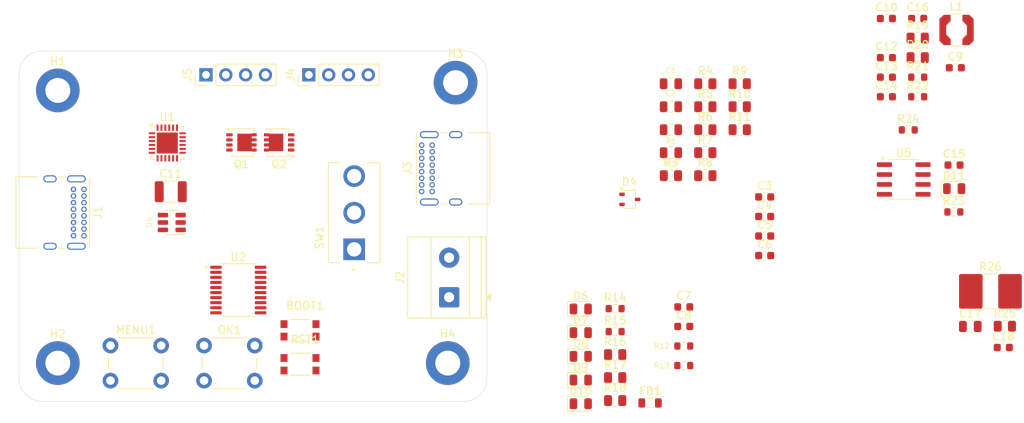
<source format=kicad_pcb>
(kicad_pcb (version 20241229) (generator "pcbnew") (generator_version "9.0")
  (layers (0 "F.Cu" signal) (2 "B.Cu" signal) (13 "F.Paste" user) (15 "B.Paste" user) (5 "F.SilkS" user "F.Silkscreen") (7 "B.SilkS" user "B.Silkscreen") (1 "F.Mask" user) (3 "B.Mask" user) (25 "Edge.Cuts" user))
  (net 0 "")
  (net 1 "/STM32G0/SWDCLK{slash}BOOT")
  (net 2 "+3.3V")
  (net 3 "GND")
  (net 4 "VBUS")
  (net 5 "Net-(D4-K)")
  (net 6 "Net-(Q1-D)")
  (net 7 "Net-(U1-VREG_2V7)")
  (net 8 "/USB Stuff/1V2")
  (net 9 "SHUNT_IN")
  (net 10 "Net-(C6-Pad2)")
  (net 11 "Net-(U2-VDD)")
  (net 12 "Net-(U4-SW)")
  (net 13 "Net-(U4-CB)")
  (net 15 "/STM32G0/LED_5V")
  (net 16 "Net-(D6-A)")
  (net 17 "Net-(D7-A)")
  (net 18 "/STM32G0/LED_9V")
  (net 19 "Net-(D8-A)")
  (net 20 "/STM32G0/LED_12V")
  (net 21 "Net-(D9-A)")
  (net 22 "/STM32G0/LED_15V")
  (net 23 "/STM32G0/LED_20V")
  (net 24 "Net-(D10-A)")
  (net 25 "Net-(D11-A)")
  (net 26 "/USB Stuff/CC2")
  (net 28 "D_P")
  (net 29 "D_N")
  (net 31 "/USB Stuff/CC1")
  (net 32 "/USB Stuff/TERM_OUT")
  (net 35 "/USB Stuff/USB_OUT")
  (net 42 "/STM32G0/SWDIO")
  (net 43 "Net-(Q1-G)")
  (net 44 "/USB Stuff/VBUS_VS_DISCH")
  (net 45 "RESET")
  (net 46 "Net-(U1-ADDR0)")
  (net 47 "Net-(U1-ADDR1)")
  (net 48 "Net-(U1-VBUS_EN_SNK)")
  (net 49 "SHUNT_OUT")
  (net 50 "Net-(U1-DISCH)")
  (net 51 "/STM32G0/RESET")
  (net 52 "Net-(U3-USBDP)")
  (net 53 "Net-(U3-USBDM)")
  (net 54 "Net-(U4-EN)")
  (net 55 "Net-(U5-IN+)")
  (net 60 "I2C_SCL")
  (net 61 "I2C_SDA")
  (net 63 "ALERT")
  (net 66 "TXD_MCU")
  (net 69 "RXD_MCU")
  (net 70 "/STM32G0/BUTTON_2")
  (net 71 "/STM32G0/BUTTON_1")
  (net 73 "Net-(U5-IN-)")
  (net 74 "Net-(C9-Pad1)")
  (net 75 "Net-(C10-Pad1)")
  (footprint "Button_Switch_THT:SW_PUSH_6mm_H5mm" (layer "F.Cu") (at 139.75 118.75)
    (property "Reference" "OK1" (at 3.25 -2 0) (layer "F.SilkS"))
    (property "Value" "SW_Push")
    (pad "1" thru_hole circle (at 0 0 90) (size 2 2) (drill 1.1) (layers "*.Cu" "*.Mask") (net 75 "Net-(C10-Pad1)"))
    (pad "1" thru_hole circle (at 6.5 0 90) (size 2 2) (drill 1.1) (layers "*.Cu" "*.Mask") (net 75 "Net-(C10-Pad1)"))
    (pad "2" thru_hole circle (at 0 4.5 90) (size 2 2) (drill 1.1) (layers "*.Cu" "*.Mask") (net 2 "+3.3V"))
    (pad "2" thru_hole circle (at 6.5 4.5 90) (size 2 2) (drill 1.1) (layers "*.Cu" "*.Mask") (net 2 "+3.3V"))
  )
  (footprint "Capacitor_SMD:C_0603_1608Metric" (layer "F.Cu") (at 211.6275 99.67)
    (property "Reference" "C3" (at 0 -1.43 0) (layer "F.SilkS"))
    (property "Value" "1uF")
    (pad "1" smd roundrect (at -0.775 0) (size 0.9 0.95) (layers "F.Cu" "F.Mask" "F.Paste") (net 6 "Net-(Q1-D)"))
    (pad "2" smd roundrect (at 0.775 0) (size 0.9 0.95) (layers "F.Cu" "F.Mask" "F.Paste") (net 3 "GND"))
  )
  (footprint "Capacitor_SMD:C_0603_1608Metric" (layer "F.Cu") (at 227.2375 86.81)
    (property "Reference" "C14" (at 0 -1.43 0) (layer "F.SilkS"))
    (property "Value" "100nF")
    (pad "1" smd roundrect (at -0.775 0) (size 0.9 0.95) (layers "F.Cu" "F.Mask" "F.Paste") (net 2 "+3.3V"))
    (pad "2" smd roundrect (at 0.775 0) (size 0.9 0.95) (layers "F.Cu" "F.Mask" "F.Paste") (net 3 "GND"))
  )
  (footprint "Resistor_SMD:R_0603_1608Metric" (layer "F.Cu") (at 235.8875 101.6)
    (property "Reference" "R23" (at 0 -1.43 0) (layer "F.SilkS"))
    (property "Value" "412k")
    (pad "1" smd roundrect (at -0.825 0) (size 0.8 0.95) (layers "F.Cu" "F.Mask" "F.Paste") (net 4 "VBUS"))
    (pad "2" smd roundrect (at 0.825 0) (size 0.8 0.95) (layers "F.Cu" "F.Mask" "F.Paste") (net 54 "Net-(U4-EN)"))
  )
  (footprint "Project_Footprints:C_0805_2012Metric" (layer "F.Cu") (at 199.6075 85.14)
    (property "Reference" "C1" (at 0 -1.7 180) (layer "F.SilkS") (effects (font (size 0.7 0.7) (thickness 0.1))))
    (property "Value" "4.7uF")
    (pad "1" smd roundrect (at -0.9375 0) (size 0.975 1.4) (layers "F.Cu" "F.Mask" "F.Paste") (net 4 "VBUS"))
    (pad "2" smd roundrect (at 0.9375 0) (size 0.975 1.4) (layers "F.Cu" "F.Mask" "F.Paste") (net 3 "GND"))
  )
  (footprint "Project_Footprints:SOT-23-6" (layer "F.Cu") (at 135.6125 102.949999 180)
    (property "Reference" "U4" (at 2.8875 0 90) (layer "F.SilkS") (effects (font (size 0.7 0.7) (thickness 0.1))))
    (property "Value" "TPS560430X3FDBVR")
    (pad "1" smd roundrect (at -1.1375 -0.949999 180) (size 1.325 0.6) (layers "F.Cu" "F.Mask" "F.Paste") (net 13 "Net-(U4-CB)"))
    (pad "2" smd roundrect (at -1.1375 0 180) (size 1.325 0.6) (layers "F.Cu" "F.Mask" "F.Paste") (net 3 "GND"))
    (pad "3" smd roundrect (at -1.1375 0.949999 180) (size 1.325 0.6) (layers "F.Cu" "F.Mask" "F.Paste") (net 2 "+3.3V"))
    (pad "4" smd roundrect (at 1.1375 0.949999 180) (size 1.325 0.6) (layers "F.Cu" "F.Mask" "F.Paste") (net 54 "Net-(U4-EN)"))
    (pad "5" smd roundrect (at 1.1375 0 180) (size 1.325 0.6) (layers "F.Cu" "F.Mask" "F.Paste") (net 4 "VBUS"))
    (pad "6" smd roundrect (at 1.1375 -0.949999 180) (size 1.325 0.6) (layers "F.Cu" "F.Mask" "F.Paste") (net 12 "Net-(U4-SW)"))
  )
  (footprint "Project_Footprints:KMR211NGLFS" (layer "F.Cu") (at 152.05 121.15)
    (property "Reference" "RST1" (at 0.635 -3.175 0) (layer "F.SilkS"))
    (property "Value" "SW_Push")
    (pad "1" smd rect (at -2.05 -0.8) (size 0.9 1) (layers "F.Cu" "F.Mask" "F.Paste") (net 3 "GND"))
    (pad "2" smd rect (at 2.05 -0.8) (size 0.9 1) (layers "F.Cu" "F.Mask" "F.Paste") (net 51 "/STM32G0/RESET"))
    (pad "3" smd rect (at -2.05 0.8) (size 0.9 1) (layers "F.Cu" "F.Mask" "F.Paste"))
    (pad "4" smd rect (at 2.05 0.8) (size 0.9 1) (layers "F.Cu" "F.Mask" "F.Paste"))
  )
  (footprint "Capacitor_SMD:C_0603_1608Metric" (layer "F.Cu") (at 227.2375 76.77)
    (property "Reference" "C10" (at 0 -1.43 0) (layer "F.SilkS"))
    (property "Value" "10nF")
    (pad "1" smd roundrect (at -0.775 0) (size 0.9 0.95) (layers "F.Cu" "F.Mask" "F.Paste") (net 75 "Net-(C10-Pad1)"))
    (pad "2" smd roundrect (at 0.775 0) (size 0.9 0.95) (layers "F.Cu" "F.Mask" "F.Paste") (net 3 "GND"))
  )
  (footprint "Capacitor_SMD:C_0603_1608Metric" (layer "F.Cu") (at 227.2375 84.3)
    (property "Reference" "C13" (at 0 -1.43 0) (layer "F.SilkS"))
    (property "Value" "100nF")
    (pad "1" smd roundrect (at -0.775 0) (size 0.9 0.95) (layers "F.Cu" "F.Mask" "F.Paste") (net 4 "VBUS"))
    (pad "2" smd roundrect (at 0.775 0) (size 0.9 0.95) (layers "F.Cu" "F.Mask" "F.Paste") (net 3 "GND"))
  )
  (footprint "MountingHole:MountingHole_3.2mm_M3_DIN965_Pad_TopBottom" (layer "F.Cu") (at 121 86)
    (property "Reference" "H1" (at 0 -3.75 0) (layer "F.SilkS"))
    (property "Value" "MountingHole_Pad")
    (pad "1" thru_hole circle (at 0 0) (size 3.6 3.6) (drill 3.2) (layers "*.Cu" "*.Mask") (net 3 "GND"))
    (pad "1" connect circle (at 0 0) (size 5.6 5.6) (layers "F.Cu" "F.Mask") (net 3 "GND"))
    (pad "1" connect circle (at 0 0) (size 5.6 5.6) (layers "B.Cu" "B.Mask") (net 3 "GND"))
  )
  (footprint "Resistor_SMD:R_0805_2012Metric" (layer "F.Cu") (at 242.425 116.27)
    (property "Reference" "R25" (at 0 -1.65 0) (layer "F.SilkS"))
    (property "Value" "220R")
    (pad "1" smd roundrect (at -0.9125 0) (size 1.025 1.4) (layers "F.Cu" "F.Mask" "F.Paste") (roundrect_rratio 0.243902) (net 2 "+3.3V"))
    (pad "2" smd roundrect (at 0.9125 0) (size 1.025 1.4) (layers "F.Cu" "F.Mask" "F.Paste") (roundrect_rratio 0.243902) (net 25 "Net-(D11-A)"))
  )
  (footprint "Button_Switch_THT:SW_PUSH_6mm_H5mm" (layer "F.Cu") (at 127.75 118.75)
    (property "Reference" "MENU1" (at 3.25 -2 0) (layer "F.SilkS"))
    (property "Value" "SW_Push")
    (pad "1" thru_hole circle (at 0 0 90) (size 2 2) (drill 1.1) (layers "*.Cu" "*.Mask") (net 74 "Net-(C9-Pad1)"))
    (pad "1" thru_hole circle (at 6.5 0 90) (size 2 2) (drill 1.1) (layers "*.Cu" "*.Mask") (net 74 "Net-(C9-Pad1)"))
    (pad "2" thru_hole circle (at 0 4.5 90) (size 2 2) (drill 1.1) (layers "*.Cu" "*.Mask") (net 2 "+3.3V"))
    (pad "2" thru_hole circle (at 6.5 4.5 90) (size 2 2) (drill 1.1) (layers "*.Cu" "*.Mask") (net 2 "+3.3V"))
  )
  (footprint "Connector_PinHeader_2.54mm:PinHeader_1x04_P2.54mm_Vertical" (layer "F.Cu") (at 140 84 90)
    (property "Reference" "J5" (at 0 -2.38 90) (layer "F.SilkS"))
    (property "Value" "Conn_01x04")
    (pad "1" thru_hole rect (at 0 0 90) (size 1.7 1.7) (drill 1) (layers "*.Cu" "*.Mask") (net 2 "+3.3V"))
    (pad "2" thru_hole circle (at 0 2.54 90) (size 1.7 1.7) (drill 1) (layers "*.Cu" "*.Mask") (net 3 "GND"))
    (pad "3" thru_hole circle (at 0 5.079999 90) (size 1.7 1.7) (drill 1) (layers "*.Cu" "*.Mask") (net 61 "I2C_SDA"))
    (pad "4" thru_hole circle (at 0 7.62 90) (size 1.7 1.7) (drill 1) (layers "*.Cu" "*.Mask") (net 60 "I2C_SCL"))
  )
  (footprint "Capacitor_SMD:C_0603_1608Metric" (layer "F.Cu") (at 201.2575 113.79)
    (property "Reference" "C7" (at 0 -1.43 0) (layer "F.SilkS"))
    (property "Value" "100nF")
    (pad "1" smd roundrect (at -0.775 0) (size 0.9 0.95) (layers "F.Cu" "F.Mask" "F.Paste") (net 11 "Net-(U2-VDD)"))
    (pad "2" smd roundrect (at 0.775 0) (size 0.9 0.95) (layers "F.Cu" "F.Mask" "F.Paste") (net 3 "GND"))
  )
  (footprint "Resistor_SMD:R_0805_2012Metric" (layer "F.Cu") (at 192.4575 119.91)
    (property "Reference" "R16" (at 0 -1.65 0) (layer "F.SilkS"))
    (property "Value" "150R")
    (pad "1" smd roundrect (at -0.9125 0) (size 1.025 1.4) (layers "F.Cu" "F.Mask" "F.Paste") (roundrect_rratio 0.243902) (net 4 "VBUS"))
    (pad "2" smd roundrect (at 0.9125 0) (size 1.025 1.4) (layers "F.Cu" "F.Mask" "F.Paste") (roundrect_rratio 0.243902) (net 16 "Net-(D6-A)"))
  )
  (footprint "Resistor_SMD:R_0805_2012Metric" (layer "F.Cu") (at 231.2475 79.28)
    (property "Reference" "R19" (at 0 -1.65 0) (layer "F.SilkS"))
    (property "Value" "680R")
    (pad "1" smd roundrect (at -0.9125 0) (size 1.025 1.4) (layers "F.Cu" "F.Mask" "F.Paste") (roundrect_rratio 0.243902) (net 4 "VBUS"))
    (pad "2" smd roundrect (at 0.9125 0) (size 1.025 1.4) (layers "F.Cu" "F.Mask" "F.Paste") (roundrect_rratio 0.243902) (net 21 "Net-(D9-A)"))
  )
  (footprint "Package_TO_SOT_SMD:LFPAK33" (layer "F.Cu") (at 144.535 92.675)
    (property "Reference" "Q1" (at 0 2.8 0) (layer "F.SilkS"))
    (property "Value" "Si7336ADP")
    (pad "1" smd roundrect (at -1.535 -0.975) (size 0.83 0.4) (layers "F.Cu" "F.Mask") (net 4 "VBUS"))
    (pad "2" smd roundrect (at -1.535 -0.325) (size 0.83 0.4) (layers "F.Cu" "F.Mask") (net 4 "VBUS"))
    (pad "3" smd roundrect (at -1.535 0.325) (size 0.83 0.4) (layers "F.Cu" "F.Mask") (net 4 "VBUS"))
    (pad "4" smd roundrect (at -1.535 0.975) (size 0.83 0.4) (layers "F.Cu" "F.Mask") (net 43 "Net-(Q1-G)"))
    (pad "5" smd custom (at 0.405 0) (size 1.85 2.25) (layers "F.Cu" "F.Mask") (net 6 "Net-(Q1-D)") (options (clearance outline) (anchor rect)) (primitives (gr_poly (pts (xy 1.545 -0.775) (xy 0.925 -0.775) (xy 0.925 -1.175) (xy 1.545 -1.175)) (width 0) (fill yes)) (gr_poly (pts (xy 1.545 -0.125) (xy 0.925 -0.125) (xy 0.925 -0.525) (xy 1.545 -0.525)) (width 0) (fill yes)) (gr_poly (pts (xy 1.545 0.525) (xy 0.925 0.525) (xy 0.925 0.125) (xy 1.545 0.125)) (width 0) (fill yes)) (gr_poly (pts (xy 1.545 1.175) (xy 0.925 1.175) (xy 0.925 0.775) (xy 1.545 0.775)) (width 0) (fill yes))))
  )
  (footprint "LED_SMD:LED_0805_2012Metric" (layer "F.Cu") (at 188.0475 123.175)
    (property "Reference" "D9" (at 0 -1.65 0) (layer "F.SilkS"))
    (property "Value" "LED Red 2v 20mA")
    (pad "1" smd roundrect (at -0.9375 0) (size 0.975 1.4) (layers "F.Cu" "F.Mask" "F.Paste") (net 22 "/STM32G0/LED_15V"))
    (pad "2" smd roundrect (at 0.9375 0) (size 0.975 1.4) (layers "F.Cu" "F.Mask" "F.Paste") (net 21 "Net-(D9-A)"))
  )
  (footprint "Resistor_SMD:R_0805_2012Metric" (layer "F.Cu") (at 208.4275 88.09)
    (property "Reference" "R10" (at 0 -1.65 0) (layer "F.SilkS"))
    (property "Value" "100k")
    (pad "1" smd roundrect (at -0.9125 0) (size 1.025 1.4) (layers "F.Cu" "F.Mask" "F.Paste") (roundrect_rratio 0.243902) (net 6 "Net-(Q1-D)"))
    (pad "2" smd roundrect (at 0.9125 0) (size 1.025 1.4) (layers "F.Cu" "F.Mask" "F.Paste") (roundrect_rratio 0.243902) (net 43 "Net-(Q1-G)"))
  )
  (footprint "Inductor_SMD:L_Coilcraft_LPS4018" (layer "F.Cu") (at 236.2275 78.24)
    (property "Reference" "L1" (at 0 -3 0) (layer "F.SilkS"))
    (property "Value" "15uH")
    (pad "1" smd custom (at -1.765 0) (size 0.87 2.79) (layers "F.Cu" "F.Mask" "F.Paste") (net 12 "Net-(U4-SW)") (options (clearance outline) (anchor rect)) (primitives (gr_poly (pts (xy 1.015 -1.17) (xy 0.435 -0.575) (xy 0.435 0.575) (xy 1.015 1.17) (xy 1.015 1.945) (xy 0.125 1.945) (xy -0.435 1.395) (xy -0.435 -1.395) (xy 0.125 -1.945) (xy 1.015 -1.945)) (width 0) (fill yes))))
    (pad "2" smd custom (at 1.765 0) (size 0.87 2.79) (layers "F.Cu" "F.Mask" "F.Paste") (net 2 "+3.3V") (options (clearance outline) (anchor rect)) (primitives (gr_poly (pts (xy 0.435 -1.395) (xy 0.435 1.395) (xy -0.125 1.945) (xy -1.015 1.945) (xy -1.015 1.17) (xy -0.435 0.575) (xy -0.435 -0.575) (xy -1.015 -1.17) (xy -1.015 -1.945) (xy -0.125 -1.945)) (width 0) (fill yes))))
  )
  (footprint "Package_SO:SOIC-8_3.9x4.9mm_P1.27mm" (layer "F.Cu") (at 229.4575 97.43)
    (property "Reference" "U5" (at 0 -3.4 0) (layer "F.SilkS"))
    (property "Value" "INA219BxD")
    (pad "1" smd roundrect (at -2.475 -1.905) (size 1.95 0.6) (layers "F.Cu" "F.Mask" "F.Paste") (net 3 "GND"))
    (pad "2" smd roundrect (at -2.475 -0.635) (size 1.95 0.6) (layers "F.Cu" "F.Mask" "F.Paste") (net 3 "GND"))
    (pad "3" smd roundrect (at -2.475 0.635) (size 1.95 0.6) (layers "F.Cu" "F.Mask" "F.Paste") (net 61 "I2C_SDA"))
    (pad "4" smd roundrect (at -2.475 1.905) (size 1.95 0.6) (layers "F.Cu" "F.Mask" "F.Paste") (net 60 "I2C_SCL"))
    (pad "5" smd roundrect (at 2.475 1.905) (size 1.95 0.6) (layers "F.Cu" "F.Mask" "F.Paste") (net 2 "+3.3V"))
    (pad "6" smd roundrect (at 2.475 0.635) (size 1.95 0.6) (layers "F.Cu" "F.Mask" "F.Paste") (net 3 "GND"))
    (pad "7" smd roundrect (at 2.475 -0.635) (size 1.95 0.6) (layers "F.Cu" "F.Mask" "F.Paste") (net 73 "Net-(U5-IN-)"))
    (pad "8" smd roundrect (at 2.475 -1.905) (size 1.95 0.6) (layers "F.Cu" "F.Mask" "F.Paste") (net 55 "Net-(U5-IN+)"))
  )
  (footprint "Capacitor_SMD:C_0603_1608Metric" (layer "F.Cu") (at 211.6275 102.18)
    (property "Reference" "C4" (at 0 -1.43 0) (layer "F.SilkS"))
    (property "Value" "1uF")
    (pad "1" smd roundrect (at -0.775 0) (size 0.9 0.95) (layers "F.Cu" "F.Mask" "F.Paste") (net 7 "Net-(U1-VREG_2V7)"))
    (pad "2" smd roundrect (at 0.775 0) (size 0.9 0.95) (layers "F.Cu" "F.Mask" "F.Paste") (net 3 "GND"))
  )
  (footprint "Capacitor_SMD:C_0603_1608Metric" (layer "F.Cu") (at 201.2575 116.3)
    (property "Reference" "C8" (at 0 -1.43 0) (layer "F.SilkS"))
    (property "Value" "10nF")
    (pad "1" smd roundrect (at -0.775 0) (size 0.9 0.95) (layers "F.Cu" "F.Mask" "F.Paste") (net 11 "Net-(U2-VDD)"))
    (pad "2" smd roundrect (at 0.775 0) (size 0.9 0.95) (layers "F.Cu" "F.Mask" "F.Paste") (net 3 "GND"))
  )
  (footprint "Capacitor_SMD:C_0603_1608Metric" (layer "F.Cu") (at 236.0775 83.09)
    (property "Reference" "C9" (at 0 -1.43 0) (layer "F.SilkS"))
    (property "Value" "10nF")
    (pad "1" smd roundrect (at -0.775 0) (size 0.9 0.95) (layers "F.Cu" "F.Mask" "F.Paste") (net 74 "Net-(C9-Pad1)"))
    (pad "2" smd roundrect (at 0.775 0) (size 0.9 0.95) (layers "F.Cu" "F.Mask" "F.Paste") (net 3 "GND"))
  )
  (footprint "Capacitor_SMD:C_0603_1608Metric" (layer "F.Cu") (at 227.2375 81.79)
    (property "Reference" "C12" (at 0 -1.43 0) (layer "F.SilkS"))
    (property "Value" "100nF")
    (pad "1" smd roundrect (at -0.775 0) (size 0.9 0.95) (layers "F.Cu" "F.Mask" "F.Paste") (net 2 "+3.3V"))
    (pad "2" smd roundrect (at 0.775 0) (size 0.9 0.95) (layers "F.Cu" "F.Mask" "F.Paste") (net 3 "GND"))
  )
  (footprint "Resistor_SMD:R_0805_2012Metric" (layer "F.Cu") (at 204.0175 91.04)
    (property "Reference" "R6" (at 0 -1.65 0) (layer "F.SilkS"))
    (property "Value" "100k")
    (pad "1" smd roundrect (at -0.9125 0) (size 1.025 1.4) (layers "F.Cu" "F.Mask" "F.Paste") (roundrect_rratio 0.243902) (net 46 "Net-(U1-ADDR0)"))
    (pad "2" smd roundrect (at 0.9125 0) (size 1.025 1.4) (layers "F.Cu" "F.Mask" "F.Paste") (roundrect_rratio 0.243902) (net 3 "GND"))
  )
  (footprint "Resistor_SMD:R_0805_2012Metric" (layer "F.Cu") (at 208.4275 85.14)
    (property "Reference" "R9" (at 0 -1.65 0) (layer "F.SilkS"))
    (property "Value" "1k")
    (pad "1" smd roundrect (at -0.9125 0) (size 1.025 1.4) (layers "F.Cu" "F.Mask" "F.Paste") (roundrect_rratio 0.243902) (net 50 "Net-(U1-DISCH)"))
    (pad "2" smd roundrect (at 0.9125 0) (size 1.025 1.4) (layers "F.Cu" "F.Mask" "F.Paste") (roundrect_rratio 0.243902) (net 49 "SHUNT_OUT"))
  )
  (footprint "Project_Footprints:KMR211NGLFS" (layer "F.Cu") (at 152.05 116.8)
    (property "Reference" "BOOT1" (at 0.635 -3.175 0) (layer "F.SilkS"))
    (property "Value" "SW_Push")
    (pad "1" smd rect (at -2.05 -0.8) (size 0.9 1) (layers "F.Cu" "F.Mask" "F.Paste") (net 1 "/STM32G0/SWDCLK{slash}BOOT"))
    (pad "2" smd rect (at 2.05 -0.8) (size 0.9 1) (layers "F.Cu" "F.Mask" "F.Paste") (net 2 "+3.3V"))
    (pad "3" smd rect (at -2.05 0.8) (size 0.9 1) (layers "F.Cu" "F.Mask" "F.Paste"))
    (pad "4" smd rect (at 2.05 0.8) (size 0.9 1) (layers "F.Cu" "F.Mask" "F.Paste"))
  )
  (footprint "Resistor_SMD:R_0603_1608Metric" (layer "F.Cu") (at 230.0375 91.07)
    (property "Reference" "R24" (at 0 -1.43 0) (layer "F.SilkS"))
    (property "Value" "200k")
    (pad "1" smd roundrect (at -0.825 0) (size 0.8 0.95) (layers "F.Cu" "F.Mask" "F.Paste") (net 54 "Net-(U4-EN)"))
    (pad "2" smd roundrect (at 0.825 0) (size 0.8 0.95) (layers "F.Cu" "F.Mask" "F.Paste") (net 3 "GND"))
  )
  (footprint "Capacitor_SMD:C_0603_1608Metric" (layer "F.Cu") (at 211.6275 104.69)
    (property "Reference" "C5" (at 0 -1.43 0) (layer "F.SilkS"))
    (property "Value" "1uF")
    (pad "1" smd roundrect (at -0.775 0) (size 0.9 0.95) (layers "F.Cu" "F.Mask" "F.Paste") (net 8 "/USB Stuff/1V2"))
    (pad "2" smd roundrect (at 0.775 0) (size 0.9 0.95) (layers "F.Cu" "F.Mask" "F.Paste") (net 3 "GND"))
  )
  (footprint "Resistor_SMD:R_2816_7142Metric" (layer "F.Cu") (at 240.575 111.79)
    (property "Reference" "R26" (at 0 -3.18 0) (layer "F.SilkS"))
    (property "Value" "R_Shunt")
    (pad "1" smd roundrect (at -2.5125 0) (size 3.025 4.45) (layers "F.Cu" "F.Mask" "F.Paste") (roundrect_rratio 0.082645) (net 9 "SHUNT_IN"))
    (pad "2" smd roundrect (at 2.5125 0) (size 3.025 4.45) (layers "F.Cu" "F.Mask" "F.Paste") (roundrect_rratio 0.082645) (net 55 "Net-(U5-IN+)"))
  )
  (footprint "Resistor_SMD:R_0603_1608Metric" (layer "F.Cu") (at 231.2475 84.3)
    (property "Reference" "R21" (at 0 -1.43 0) (layer "F.SilkS"))
    (property "Value" "27R")
    (pad "1" smd roundrect (at -0.825 0) (size 0.8 0.95) (layers "F.Cu" "F.Mask" "F.Paste") (net 28 "D_P"))
    (pad "2" smd roundrect (at 0.825 0) (size 0.8 0.95) (layers "F.Cu" "F.Mask" "F.Paste") (net 52 "Net-(U3-USBDP)"))
  )
  (footprint "Project_Footprints:R_0603_1608Metric" (layer "F.Cu") (at 201.2575 118.81)
    (property "Reference" "R12" (at -2.825 0 0) (layer "F.SilkS") (effects (font (size 0.7 0.7) (thickness 0.1))))
    (property "Value" "1k")
    (pad "1" smd roundrect (at -0.825 0) (size 0.8 0.95) (layers "F.Cu" "F.Mask" "F.Paste") (net 74 "Net-(C9-Pad1)"))
    (pad "2" smd roundrect (at 0.825 0) (size 0.8 0.95) (layers "F.Cu" "F.Mask" "F.Paste") (net 71 "/STM32G0/BUTTON_1"))
  )
  (footprint "Resistor_SMD:R_0805_2012Metric" (layer "F.Cu") (at 192.4575 122.86)
    (property "Reference" "R17" (at 0 -1.65 0) (layer "F.SilkS"))
    (property "Value" "360R")
    (pad "1" smd roundrect (at -0.9125 0) (size 1.025 1.4) (layers "F.Cu" "F.Mask" "F.Paste") (roundrect_rratio 0.243902) (net 4 "VBUS"))
    (pad "2" smd roundrect (at 0.9125 0) (size 1.025 1.4) (layers "F.Cu" "F.Mask" "F.Paste") (roundrect_rratio 0.243902) (net 17 "Net-(D7-A)"))
  )
  (footprint "MountingHole:MountingHole_3.2mm_M3_DIN965_Pad_TopBottom" (layer "F.Cu") (at 172 85)
    (property "Reference" "H3" (at 0 -3.75 0) (layer "F.SilkS"))
    (property "Value" "MountingHole_Pad")
    (pad "1" thru_hole circle (at 0 0) (size 3.6 3.6) (drill 3.2) (layers "*.Cu" "*.Mask") (net 3 "GND"))
    (pad "1" connect circle (at 0 0) (size 5.6 5.6) (layers "F.Cu" "F.Mask") (net 3 "GND"))
    (pad "1" connect circle (at 0 0) (size 5.6 5.6) (layers "B.Cu" "B.Mask") (net 3 "GND"))
  )
  (footprint "LED_SMD:LED_0805_2012Metric" (layer "F.Cu") (at 188.0475 114.055)
    (property "Reference" "D6" (at 0 -1.65 0) (layer "F.SilkS"))
    (property "Value" "LED Red 2v 20mA")
    (pad "1" smd roundrect (at -0.9375 0) (size 0.975 1.4) (layers "F.Cu" "F.Mask" "F.Paste") (net 15 "/STM32G0/LED_5V"))
    (pad "2" smd roundrect (at 0.9375 0) (size 0.975 1.4) (layers "F.Cu" "F.Mask" "F.Paste") (net 16 "Net-(D6-A)"))
  )
  (footprint "Resistor_SMD:R_0805_2012Metric" (layer "F.Cu") (at 204.0175 93.99)
    (property "Reference" "R7" (at 0 -1.65 0) (layer "F.SilkS"))
    (property "Value" "100k")
    (pad "1" smd roundrect (at -0.9125 0) (size 1.025 1.4) (layers "F.Cu" "F.Mask" "F.Paste") (roundrect_rratio 0.243902) (net 47 "Net-(U1-ADDR1)"))
    (pad "2" smd roundrect (at 0.9125 0) (size 1.025 1.4) (layers "F.Cu" "F.Mask" "F.Paste") (roundrect_rratio 0.243902) (net 3 "GND"))
  )
  (footprint "Resistor_SMD:R_0805_2012Metric" (layer "F.Cu") (at 204.0175 88.09)
    (property "Reference" "R5" (at 0 -1.65 0) (layer "F.SilkS"))
    (property "Value" "DNP")
    (pad "1" smd roundrect (at -0.9125 0) (size 1.025 1.4) (layers "F.Cu" "F.Mask" "F.Paste") (roundrect_rratio 0.243902) (net 8 "/USB Stuff/1V2"))
    (pad "2" smd roundrect (at 0.9125 0) (size 1.025 1.4) (layers "F.Cu" "F.Mask" "F.Paste") (roundrect_rratio 0.243902) (net 47 "Net-(U1-ADDR1)"))
  )
  (footprint "LED_SMD:LED_0805_2012Metric" (layer "F.Cu") (at 188.0475 126.215)
    (property "Reference" "D10" (at 0 -1.65 0) (layer "F.SilkS"))
    (property "Value" "LED Red 2v 20mA")
    (pad "1" smd roundrect (at -0.9375 0) (size 0.975 1.4) (layers "F.Cu" "F.Mask" "F.Paste") (net 23 "/STM32G0/LED_20V"))
    (pad "2" smd roundrect (at 0.9375 0) (size 0.975 1.4) (layers "F.Cu" "F.Mask" "F.Paste") (net 24 "Net-(D10-A)"))
  )
  (footprint "Package_TO_SOT_SMD:LFPAK33" (layer "F.Cu") (at 149.385 92.675 180)
    (property "Reference" "Q2" (at 0 -2.8 0) (layer "F.SilkS"))
    (property "Value" "Si7336ADP")
    (pad "1" smd roundrect (at -1.535 -0.975 180) (size 0.83 0.4) (layers "F.Cu" "F.Mask") (net 9 "SHUNT_IN"))
    (pad "2" smd roundrect (at -1.535 -0.325 180) (size 0.83 0.4) (layers "F.Cu" "F.Mask") (net 9 "SHUNT_IN"))
    (pad "3" smd roundrect (at -1.535 0.325 180) (size 0.83 0.4) (layers "F.Cu" "F.Mask") (net 9 "SHUNT_IN"))
    (pad "4" smd roundrect (at -1.535 0.975 180) (size 0.83 0.4) (layers "F.Cu" "F.Mask") (net 43 "Net-(Q1-G)"))
    (pad "5" smd custom (at 0.405 0 180) (size 1.85 2.25) (layers "F.Cu" "F.Mask") (net 6 "Net-(Q1-D)") (options (clearance outline) (anchor rect)) (primitives (gr_poly (pts (xy 1.545 -0.775) (xy 0.925 -0.775) (xy 0.925 -1.175) (xy 1.545 -1.175)) (width 0) (fill yes)) (gr_poly (pts (xy 1.545 -0.125) (xy 0.925 -0.125) (xy 0.925 -0.525) (xy 1.545 -0.525)) (width 0) (fill yes)) (gr_poly (pts (xy 1.545 0.525) (xy 0.925 0.525) (xy 0.925 0.125) (xy 1.545 0.125)) (width 0) (fill yes)) (gr_poly (pts (xy 1.545 1.175) (xy 0.925 1.175) (xy 0.925 0.775) (xy 1.545 0.775)) (width 0) (fill yes))))
  )
  (footprint "LED_SMD:LED_0805_2012Metric" (layer "F.Cu") (at 188.0475 120.135)
    (property "Reference" "D8" (at 0 -1.65 0) (layer "F.SilkS"))
    (property "Value" "LED Red 2v 20mA")
    (pad "1" smd roundrect (at -0.9375 0) (size 0.975 1.4) (layers "F.Cu" "F.Mask" "F.Paste") (net 20 "/STM32G0/LED_12V"))
    (pad "2" smd roundrect (at 0.9375 0) (size 0.975 1.4) (layers "F.Cu" "F.Mask" "F.Paste") (net 19 "Net-(D8-A)"))
  )
  (footprint "Capacitor_SMD:C_0603_1608Metric" (layer "F.Cu") (at 235.9075 95.58)
    (property "Reference" "C15" (at 0 -1.43 0) (layer "F.SilkS"))
    (property "Value" "100nF")
    (pad "1" smd roundrect (at -0.775 0) (size 0.9 0.95) (layers "F.Cu" "F.Mask" "F.Paste") (net 2 "+3.3V"))
    (pad "2" smd roundrect (at 0.775 0) (size 0.9 0.95) (layers "F.Cu" "F.Mask" "F.Paste") (net 3 "GND"))
  )
  (footprint "Inductor_SMD:L_0805_2012Metric" (layer "F.Cu") (at 196.9375 126.12)
    (property "Reference" "FB1" (at 0 -1.55 0) (layer "F.SilkS"))
    (property "Value" "FerriteBead")
    (pad "1" smd roundrect (at -1.0625 0) (size 0.875 1.2) (layers "F.Cu" "F.Mask" "F.Paste") (net 2 "+3.3V"))
    (pad "2" smd roundrect (at 1.0625 0) (size 0.875 1.2) (layers "F.Cu" "F.Mask" "F.Paste") (net 11 "Net-(U2-VDD)"))
  )
  (footprint "Connector_PinHeader_2.54mm:PinHeader_1x04_P2.54mm_Vertical" (layer "F.Cu") (at 153.19 84 90)
    (property "Reference" "J4" (at 0 -2.38 90) (layer "F.SilkS"))
    (property "Value" "Conn_01x04")
    (pad "1" thru_hole rect (at 0 0 90) (size 1.7 1.7) (drill 1) (layers "*.Cu" "*.Mask") (net 2 "+3.3V"))
    (pad "2" thru_hole circle (at 0 2.54 90) (size 1.7 1.7) (drill 1) (layers "*.Cu" "*.Mask") (net 3 "GND"))
    (pad "3" thru_hole circle (at 0 5.079999 90) (size 1.7 1.7) (drill 1) (layers "*.Cu" "*.Mask") (net 42 "/STM32G0/SWDIO"))
    (pad "4" thru_hole circle (at 0 7.62 90) (size 1.7 1.7) (drill 1) (layers "*.Cu" "*.Mask") (net 1 "/STM32G0/SWDCLK{slash}BOOT"))
  )
  (footprint "LED_SMD:LED_0805_2012Metric" (layer "F.Cu") (at 188.0475 117.095)
    (property "Reference" "D7" (at 0 -1.65 0) (layer "F.SilkS"))
    (property "Value" "LED Red 2v 20mA")
    (pad "1" smd roundrect (at -0.9375 0) (size 0.975 1.4) (layers "F.Cu" "F.Mask" "F.Paste") (net 18 "/STM32G0/LED_9V"))
    (pad "2" smd roundrect (at 0.9375 0) (size 0.975 1.4) (layers "F.Cu" "F.Mask" "F.Paste") (net 17 "Net-(D7-A)"))
  )
  (footprint "Capacitor_SMD:C_1210_3225Metric" (layer "F.Cu") (at 135.475 99)
    (property "Reference" "C11" (at 0 -2.3 0) (layer "F.SilkS"))
    (property "Value" "10uF")
    (pad "1" smd roundrect (at -1.475 0) (size 1.15 2.7) (layers "F.Cu" "F.Mask" "F.Paste") (roundrect_rratio 0.217391) (net 4 "VBUS"))
    (pad "2" smd roundrect (at 1.475 0) (size 1.15 2.7) (layers "F.Cu" "F.Mask" "F.Paste") (roundrect_rratio 0.217391) (net 3 "GND"))
  )
  (footprint "Project_Footprints:C_0805_2012Metric" (layer "F.Cu") (at 199.6075 88.09)
    (property "Reference" "C2" (at 0 -1.7 180) (layer "F.SilkS") (effects (font (size 0.7 0.7) (thickness 0.1))))
    (property "Value" "1uF")
    (pad "1" smd roundrect (at -0.9375 0) (size 0.975 1.4) (layers "F.Cu" "F.Mask" "F.Paste") (net 5 "Net-(D4-K)"))
    (pad "2" smd roundrect (at 0.9375 0) (size 0.975 1.4) (layers "F.Cu" "F.Mask" "F.Paste") (net 3 "GND"))
  )
  (footprint "Connector_USB:USB_C_Receptacle_GCT_USB4085" (layer "F.Cu") (at 124.36 98.7 -90)
    (property "Reference" "J1" (at 2.975 -1.8 90) (layer "F.SilkS"))
    (property "Value" "USB_C_Receptacle_USB2.0_16P")
    (pad "A1" thru_hole circle (at 0 0 270) (size 0.7 0.7) (drill 0.4) (layers "*.Cu" "*.Mask") (net 3 "GND"))
    (pad "A4" thru_hole circle (at 0.85 0 270) (size 0.7 0.7) (drill 0.4) (layers "*.Cu" "*.Mask") (net 4 "VBUS"))
    (pad "A5" thru_hole circle (at 1.700001 0 270) (size 0.7 0.7) (drill 0.4) (layers "*.Cu" "*.Mask") (net 31 "/USB Stuff/CC1"))
    (pad "A6" thru_hole circle (at 2.55 0 270) (size 0.7 0.7) (drill 0.4) (layers "*.Cu" "*.Mask") (net 28 "D_P"))
    (pad "A7" thru_hole circle (at 3.4 0 270) (size 0.7 0.7) (drill 0.4) (layers "*.Cu" "*.Mask") (net 29 "D_N"))
    (pad "A8" thru_hole circle (at 4.25 0 270) (size 0.7 0.7) (drill 0.4) (layers "*.Cu" "*.Mask"))
    (pad "A9" thru_hole circle (at 5.100001 0 270) (size 0.7 0.7) (drill 0.4) (layers "*.Cu" "*.Mask") (net 4 "VBUS"))
    (pad "A12" thru_hole circle (at 5.95 0 270) (size 0.7 0.7) (drill 0.4) (layers "*.Cu" "*.Mask") (net 3 "GND"))
    (pad "B1" thru_hole circle (at 5.95 1.35 270) (size 0.7 0.7) (drill 0.4) (layers "*.Cu" "*.Mask") (net 3 "GND"))
    (pad "B4" thru_hole circle (at 5.1 1.35 270) (size 0.7 0.7) (drill 0.4) (layers "*.Cu" "*.Mask") (net 4 "VBUS"))
    (pad "B5" thru_hole circle (at 4.25 1.35 270) (size 0.7 0.7) (drill 0.4) (layers "*.Cu" "*.Mask") (net 26 "/USB Stuff/CC2"))
    (pad "B6" thru_hole circle (at 3.4 1.35 270) (size 0.7 0.7) (drill 0.4) (layers "*.Cu" "*.Mask") (net 28 "D_P"))
    (pad "B7" thru_hole circle (at 2.55 1.35 270) (size 0.7 0.7) (drill 0.4) (layers "*.Cu" "*.Mask") (net 29 "D_N"))
    (pad "B8" thru_hole circle (at 1.7 1.35 270) (size 0.7 0.7) (drill 0.4) (layers "*.Cu" "*.Mask"))
    (pad "B9" thru_hole circle (at 0.85 1.35 270) (size 0.7 0.7) (drill 0.4) (layers "*.Cu" "*.Mask") (net 4 "VBUS"))
    (pad "B12" thru_hole circle (at 0 1.35 270) (size 0.7 0.7) (drill 0.4) (layers "*.Cu" "*.Mask") (net 3 "GND"))
    (pad "S1" thru_hole oval (at -1.35 0.98 270) (size 0.9 2.4) (drill oval 0.6 2.1) (layers "*.Cu" "*.Mask") (net 3 "GND"))
    (pad "S1" thru_hole oval (at -1.35 4.36 270) (size 0.9 1.7) (drill oval 0.6 1.4) (layers "*.Cu" "*.Mask") (net 3 "GND"))
    (pad "S1" thru_hole oval (at 7.3 0.98 270) (size 0.9 2.4) (drill oval 0.6 2.1) (layers "*.Cu" "*.Mask") (net 3 "GND"))
    (pad "S1" thru_hole oval (at 7.3 4.36 270) (size 0.9 1.7) (drill oval 0.6 1.4) (layers "*.Cu" "*.Mask") (net 3 "GND"))
  )
  (footprint "Capacitor_SMD:C_0603_1608Metric" (layer "F.Cu") (at 242.225 119)
    (property "Reference" "C18" (at 0 -1.43 0) (layer "F.SilkS"))
    (property "Value" "100nF")
    (pad "1" smd roundrect (at -0.775 0) (size 0.9 0.95) (layers "F.Cu" "F.Mask" "F.Paste") (net 2 "+3.3V"))
    (pad "2" smd roundrect (at 0.775 0) (size 0.9 0.95) (layers "F.Cu" "F.Mask" "F.Paste") (net 3 "GND"))
  )
  (footprint "Resistor_SMD:R_0603_1608Metric" (layer "F.Cu") (at 192.4575 114.01)
    (property "Reference" "R14" (at 0 -1.43 0) (layer "F.SilkS"))
    (property "Value" "10k")
    (pad "1" smd roundrect (at -0.825 0) (size 0.8 0.95) (layers "F.Cu" "F.Mask" "F.Paste") (net 2 "+3.3V"))
    (pad "2" smd roundrect (at 0.825 0) (size 0.8 0.95) (layers "F.Cu" "F.Mask" "F.Paste") (net 51 "/STM32G0/RESET"))
  )
  (footprint "Project_Footprints:500SSP1S2M2QEA" (layer "F.Cu") (at 159 101.7 90)
    (property "Reference" "SW1" (at -3.175 -4.445001 90) (layer "F.SilkS"))
    (property "Value" "SW_SPDT")
    (pad "1" thru_hole rect (at -4.7 0 90) (size 2.775 2.775) (drill 1.85) (layers "*.Cu" "*.Mask") (net 32 "/USB Stuff/TERM_OUT"))
    (pad "2" thru_hole circle (at 0 0 90) (size 2.775 2.775) (drill 1.85) (layers "*.Cu" "*.Mask") (net 49 "SHUNT_OUT"))
    (pad "3" thru_hole circle (at 4.7 0 90) (size 2.775 2.775) (drill 1.85) (layers "*.Cu" "*.Mask") (net 35 "/USB Stuff/USB_OUT"))
  )
  (footprint "Resistor_SMD:R_0805_2012Metric" (layer "F.Cu") (at 208.4275 91.04)
    (property "Reference" "R11" (at 0 -1.65 0) (layer "F.SilkS"))
    (property "Value" "100")
    (pad "1" smd roundrect (at -0.9125 0) (size 1.025 1.4) (layers "F.Cu" "F.Mask" "F.Paste") (roundrect_rratio 0.243902) (net 10 "Net-(C6-Pad2)"))
    (pad "2" smd roundrect (at 0.9125 0) (size 1.025 1.4) (layers "F.Cu" "F.Mask" "F.Paste") (roundrect_rratio 0.243902) (net 43 "Net-(Q1-G)"))
  )
  (footprint "MountingHole:MountingHole_3.2mm_M3_DIN965_Pad_TopBottom" (layer "F.Cu") (at 171 121)
    (property "Reference" "H4" (at 0 -3.75 0) (layer "F.SilkS"))
    (property "Value" "MountingHole_Pad")
    (pad "1" thru_hole circle (at 0 0) (size 3.6 3.6) (drill 3.2) (layers "*.Cu" "*.Mask") (net 3 "GND"))
    (pad "1" connect circle (at 0 0) (size 5.6 5.6) (layers "F.Cu" "F.Mask") (net 3 "GND"))
    (pad "1" connect circle (at 0 0) (size 5.6 5.6) (layers "B.Cu" "B.Mask") (net 3 "GND"))
  )
  (footprint "Resistor_SMD:R_0603_1608Metric" (layer "F.Cu") (at 192.4575 116.96)
    (property "Reference" "R15" (at 0 -1.43 0) (layer "F.SilkS"))
    (property "Value" "10k")
    (pad "1" smd roundrect (at -0.825 0) (size 0.8 0.95) (layers "F.Cu" "F.Mask" "F.Paste") (net 1 "/STM32G0/SWDCLK{slash}BOOT"))
    (pad "2" smd roundrect (at 0.825 0) (size 0.8 0.95) (layers "F.Cu" "F.Mask" "F.Paste") (net 3 "GND"))
  )
  (footprint "Connector_USB:USB_C_Receptacle_GCT_USB4085" (layer "F.Cu") (at 167.65 98.975 90)
    (property "Reference" "J3" (at 2.975 -1.8 90) (layer "F.SilkS"))
    (property "Value" "USB_C_Receptacle_USB2.0_16P")
    (pad "A1" thru_hole circle (at 0 0 90) (size 0.7 0.7) (drill 0.4) (layers "*.Cu" "*.Mask") (net 3 "GND"))
    (pad "A4" thru_hole circle (at 0.85 0 90) (size 0.7 0.7) (drill 0.4) (layers "*.Cu" "*.Mask") (net 35 "/USB Stuff/USB_OUT"))
    (pad "A5" thru_hole circle (at 1.700001 0 90) (size 0.7 0.7) (drill 0.4) (layers "*.Cu" "*.Mask"))
    (pad "A6" thru_hole circle (at 2.55 0 90) (size 0.7 0.7) (drill 0.4) (layers "*.Cu" "*.Mask"))
    (pad "A7" thru_hole circle (at 3.4 0 90) (size 0.7 0.7) (drill 0.4) (layers "*.Cu" "*.Mask"))
    (pad "A8" thru_hole circle (at 4.25 0 90) (size 0.7 0.7) (drill 0.4) (layers "*.Cu" "*.Mask"))
    (pad "A9" thru_hole circle (at 5.100001 0 90) (size 0.7 0.7) (drill 0.4) (layers "*.Cu" "*.Mask") (net 35 "/USB Stuff/USB_OUT"))
    (pad "A12" thru_hole circle (at 5.95 0 90) (size 0.7 0.7) (drill 0.4) (layers "*.Cu" "*.Mask") (net 3 "GND"))
    (pad "B1" thru_hole circle (at 5.95 1.35 90) (size 0.7 0.7) (drill 0.4) (layers "*.Cu" "*.Mask") (net 3 "GND"))
    (pad "B4" thru_hole circle (at 5.1 1.35 90) (size 0.7 0.7) (drill 0.4) (layers "*.Cu" "*.Mask") (net 35 "/USB Stuff/USB_OUT"))
    (pad "B5" thru_hole circle (at 4.25 1.35 90) (size 0.7 0.7) (drill 0.4) (layers "*.Cu" "*.Mask"))
    (pad "B6" thru_hole circle (at 3.4 1.35 90) (size 0.7 0.7) (drill 0.4) (layers "*.Cu" "*.Mask"))
    (pad "B7" thru_hole circle (at 2.55 1.35 90) (size 0.7 0.7) (drill 0.4) (layers "*.Cu" "*.Mask"))
    (pad "B8" thru_hole circle (at 1.7 1.35 90) (size 0.7 0.7) (drill 0.4) (layers "*.Cu" "*.Mask"))
    (pad "B9" thru_hole circle (at 0.85 1.35 90) (size 0.7 0.7) (drill 0.4) (layers "*.Cu" "*.Mask") (net 35 "/USB Stuff/USB_OUT"))
    (pad "B12" thru_hole circle (at 0 1.35 90) (size 0.7 0.7) (drill 0.4) (layers "*.Cu" "*.Mask") (net 3 "GND"))
    (pad "S1" thru_hole oval (at -1.35 0.98 90) (size 0.9 2.4) (drill oval 0.6 2.1) (layers "*.Cu" "*.Mask") (net 3 "GND"))
    (pad "S1" thru_hole oval (at -1.35 4.36 90) (size 0.9 1.7) (drill oval 0.6 1.4) (layers "*.Cu" "*.Mask") (net 3 "GND"))
    (pad "S1" thru_hole oval (at 7.3 0.98 90) (size 0.9 2.4) (drill oval 0.6 2.1) (layers "*.Cu" "*.Mask") (net 3 "GND"))
    (pad "S1" thru_hole oval (at 7.3 4.36 90) (size 0.9 1.7) (drill oval 0.6 1.4) (layers "*.Cu" "*.Mask") (net 3 "GND"))
  )
  (footprint "Project_Footprints:R_0603_1608Metric" (layer "F.Cu") (at 201.2575 121.32)
    (property "Reference" "R13" (at -2.825 0 0) (layer "F.SilkS") (effects (font (size 0.7 0.7) (thickness 0.1))))
    (property "Value" "1k")
    (pad "1" smd roundrect (at -0.825 0) (size 0.8 0.95) (layers "F.Cu" "F.Mask" "F.Paste") (net 75 "Net-(C10-Pad1)"))
    (pad "2" smd roundrect (at 0.825 0) (size 0.8 0.95) (layers "F.Cu" "F.Mask" "F.Paste") (net 70 "/STM32G0/BUTTON_2"))
  )
  (footprint "Project_Footprints:R_0805_2012Metric" (layer "F.Cu") (at 199.6075 91.04)
    (property "Reference" "R1" (at 0 1.5 0) (layer "F.SilkS") (effects (font (size 0.7 0.7) (thickness 0.1))))
    (property "Value" "470")
    (pad "1" smd roundrect (at -0.937501 0) (size 0.975 1.4) (layers "F.Cu" "F.Mask" "F.Paste") (net 4 "VBUS"))
    (pad "2" smd roundrect (at 0.937501 0) (size 0.975 1.4) (layers "F.Cu" "F.Mask" "F.Paste") (net 5 "Net-(D4-K)"))
  )
  (footprint "Resistor_SMD:R_0805_2012Metric" (layer "F.Cu") (at 204.0175 85.14)
    (property "Reference" "R4" (at 0 -1.65 0) (layer "F.SilkS"))
    (property "Value" "DNP")
    (pad "1" smd roundrect (at -0.9125 0) (size 1.025 1.4) (layers "F.Cu" "F.Mask" "F.Paste") (roundrect_rratio 0.243902) (net 8 "/USB Stuff/1V2"))
    (pad "2" smd roundrect (at 0.9125 0) (size 1.025 1.4) (layers "F.Cu" "F.Mask" "F.Paste") (roundrect_rratio 0.243902) (net 46 "Net-(U1-ADDR0)"))
  )
  (footprint "Resistor_SMD:R_0805_2012Metric" (layer "F.Cu") (at 204.0175 96.94)
    (property "Reference" "R8" (at 0 -1.65 0) (layer "F.SilkS"))
    (property "Value" "22k")
    (pad "1" smd roundrect (at -0.9125 0) (size 1.025 1.4) (layers "F.Cu" "F.Mask" "F.Paste") (roundrect_rratio 0.243902) (net 43 "Net-(Q1-G)"))
    (pad "2" smd roundrect (at 0.9125 0) (size 1.025 1.4) (layers "F.Cu" "F.Mask" "F.Paste") (roundrect_rratio 0.243902) (net 48 "Net-(U1-VBUS_EN_SNK)"))
  )
  (footprint "MountingHole:MountingHole_3.2mm_M3_DIN965_Pad_TopBottom" (layer "F.Cu") (at 121 121)
    (property "Reference" "H2" (at 0 -3.75 0) (layer "F.SilkS"))
    (property "Value" "MountingHole_Pad")
    (pad "1" thru_hole circle (at 0 0) (size 3.6 3.6) (drill 3.2) (layers "*.Cu" "*.Mask") (net 3 "GND"))
    (pad "1" connect circle (at 0 0) (size 5.6 5.6) (layers "F.Cu" "F.Mask") (net 3 "GND"))
    (pad "1" connect circle (at 0 0) (size 5.6 5.6) (layers "B.Cu" "B.Mask") (net 3 "GND"))
  )
  (footprint "Capacitor_SMD:C_0603_1608Metric" (layer "F.Cu") (at 231.2475 76.77)
    (property "Reference" "C16" (at 0 -1.43 0) (layer "F.SilkS"))
    (property "Value" "100nF")
    (pad "1" smd roundrect (at -0.775 0) (size 0.9 0.95) (layers "F.Cu" "F.Mask" "F.Paste") (net 13 "Net-(U4-CB)"))
    (pad "2" smd roundrect (at 0.775 0) (size 0.9 0.95) (layers "F.Cu" "F.Mask" "F.Paste") (net 12 "Net-(U4-SW)"))
  )
  (footprint "Resistor_SMD:R_0805_2012Metric" (layer "F.Cu") (at 192.4575 125.81)
    (property "Reference" "R18" (at 0 -1.65 0) (layer "F.SilkS"))
    (property "Value" "510R")
    (pad "1" smd roundrect (at -0.9125 0) (size 1.025 1.4) (layers "F.Cu" "F.Mask" "F.Paste") (roundrect_rratio 0.243902) (net 4 "VBUS"))
    (pad "2" smd roundrect (at 0.9125 0) (size 1.025 1.4) (layers "F.Cu" "F.Mask" "F.Paste") (roundrect_rratio 0.243902) (net 19 "Net-(D8-A)"))
  )
  (footprint "Resistor_SMD:R_0805_2012Metric" (layer "F.Cu") (at 231.2475 81.79)
    (property "Reference" "R20" (at 0 -1.65 0) (layer "F.SilkS"))
    (property "Value" "1k")
    (pad "1" smd roundrect (at -0.9125 0) (size 1.025 1.4) (layers "F.Cu" "F.Mask" "F.Paste") (roundrect_rratio 0.243902) (net 4 "VBUS"))
    (pad "2" smd roundrect (at 0.9125 0) (size 1.025 1.4) (layers "F.Cu" "F.Mask" "F.Paste") (roundrect_rratio 0.243902) (net 24 "Net-(D10-A)"))
  )
  (footprint "Package_TO_SOT_SMD:SOT-323_SC-70" (layer "F.Cu") (at 194.3375 99.985)
    (property "Reference" "D4" (at -0.05 -2.25 0) (layer "F.SilkS"))
    (property "Value" "BAT54W")
    (pad "1" smd roundrect (at -1 -0.65 270) (size 0.45 0.7) (layers "F.Cu" "F.Mask" "F.Paste") (net 4 "VBUS"))
    (pad "2" smd roundrect (at -1 0.65 270) (size 0.45 0.7) (layers "F.Cu" "F.Mask" "F.Paste"))
    (pad "3" smd roundrect (at 1 0 270) (size 0.45 0.7) (layers "F.Cu" "F.Mask" "F.Paste") (net 5 "Net-(D4-K)"))
  )
  (footprint "LED_SMD:LED_0805_2012Metric" (layer "F.Cu") (at 235.9275 98.605)
    (property "Reference" "D11" (at 0 -1.65 0) (layer "F.SilkS"))
    (property "Value" "RED")
    (pad "1" smd roundrect (at -0.9375 0) (size 0.975 1.4) (layers "F.Cu" "F.Mask" "F.Paste") (net 3 "GND"))
    (pad "2" smd roundrect (at 0.9375 0) (size 0.975 1.4) (layers "F.Cu" "F.Mask" "F.Paste") (net 25 "Net-(D11-A)"))
  )
  (footprint "Resistor_SMD:R_0603_1608Metric" (layer "F.Cu") (at 231.2475 86.81)
    (property "Reference" "R22" (at 0 -1.43 0) (layer "F.SilkS"))
    (property "Value" "27R")
    (pad "1" smd roundrect (at -0.825 0) (size 0.8 0.95) (layers "F.Cu" "F.Mask" "F.Paste") (net 29 "D_N"))
    (pad "2" smd roundrect (at 0.825 0) (size 0.8 0.95) (layers "F.Cu" "F.Mask" "F.Paste") (net 53 "Net-(U3-USBDM)"))
  )
  (footprint "Capacitor_SMD:C_0805_2012Metric" (layer "F.Cu") (at 237.995 116.3)
    (property "Reference" "C17" (at 0 -1.68 0) (layer "F.SilkS"))
    (property "Value" "22uF")
    (pad "1" smd roundrect (at -0.95 0) (size 1 1.45) (layers "F.Cu" "F.Mask" "F.Paste") (net 2 "+3.3V"))
    (pad "2" smd roundrect (at 0.95 0) (size 1 1.45) (layers "F.Cu" "F.Mask" "F.Paste") (net 3 "GND"))
  )
  (footprint "Package_SO:TSSOP-20_4.4x6.5mm_P0.65mm" (layer "F.Cu") (at 144.1375 111.625)
    (property "Reference" "U2" (at 0 -4.2 0) (layer "F.SilkS"))
    (property "Value" "STM32G030F6Px")
    (pad "1" smd roundrect (at -2.8625 -2.925) (size 1.475 0.4) (layers "F.Cu" "F.Mask" "F.Paste"))
    (pad "2" smd roundrect (at -2.8625 -2.275) (size 1.475 0.4) (layers "F.Cu" "F.Mask" "F.Paste") (net 60 "I2C_SCL"))
    (pad "3" smd roundrect (at -2.8625 -1.625) (size 1.475 0.4) (layers "F.Cu" "F.Mask" "F.Paste"))
    (pad "4" smd roundrect (at -2.8625 -0.975) (size 1.475 0.4) (layers "F.Cu" "F.Mask" "F.Paste") (net 11 "Net-(U2-VDD)"))
    (pad "5" smd roundrect (at -2.8625 -0.325) (size 1.475 0.4) (layers "F.Cu" "F.Mask" "F.Paste") (net 3 "GND"))
    (pad "6" smd roundrect (at -2.8625 0.325) (size 1.475 0.4) (layers "F.Cu" "F.Mask" "F.Paste") (net 51 "/STM32G0/RESET"))
    (pad "7" smd roundrect (at -2.8625 0.975) (size 1.475 0.4) (layers "F.Cu" "F.Mask" "F.Paste") (net 71 "/STM32G0/BUTTON_1"))
    (pad "8" smd roundrect (at -2.8625 1.625) (size 1.475 0.4) (layers "F.Cu" "F.Mask" "F.Paste") (net 70 "/STM32G0/BUTTON_2"))
    (pad "9" smd roundrect (at -2.8625 2.275) (size 1.475 0.4) (layers "F.Cu" "F.Mask" "F.Paste") (net 69 "RXD_MCU"))
    (pad "10" smd roundrect (at -2.8625 2.925) (size 1.475 0.4) (layers "F.Cu" "F.Mask" "F.Paste") (net 66 "TXD_MCU"))
    (pad "11" smd roundrect (at 2.8625 2.925) (size 1.475 0.4) (layers "F.Cu" "F.Mask" "F.Paste") (net 15 "/STM32G0/LED_5V"))
    (pad "12" smd roundrect (at 2.8625 2.275) (size 1.475 0.4) (layers "F.Cu" "F.Mask" "F.Paste") (net 18 "/STM32G0/LED_9V"))
    (pad "13" smd roundrect (at 2.8625 1.625) (size 1.475 0.4) (layers "F.Cu" "F.Mask" "F.Paste") (net 20 "/STM32G0/LED_12V"))
    (pad "14" smd roundrect (at 2.8625 0.975) (size 1.475 0.4) (layers "F.Cu" "F.Mask" "F.Paste") (net 22 "/STM32G0/LED_15V"))
    (pad "15" smd roundrect (at 2.8625 0.325) (size 1.475 0.4) (layers "F.Cu" "F.Mask" "F.Paste") (net 23 "/STM32G0/LED_20V"))
    (pad "16" smd roundrect (at 2.8625 -0.325) (size 1.475 0.4) (layers "F.Cu" "F.Mask" "F.Paste"))
    (pad "17" smd roundrect (at 2.8625 -0.975) (size 1.475 0.4) (layers "F.Cu" "F.Mask" "F.Paste"))
    (pad "18" smd roundrect (at 2.8625 -1.625) (size 1.475 0.4) (layers "F.Cu" "F.Mask" "F.Paste") (net 42 "/STM32G0/SWDIO"))
    (pad "19" smd roundrect (at 2.8625 -2.275) (size 1.475 0.4) (layers "F.Cu" "F.Mask" "F.Paste") (net 1 "/STM32G0/SWDCLK{slash}BOOT"))
    (pad "20" smd roundrect (at 2.8625 -2.925) (size 1.475 0.4) (layers "F.Cu" "F.Mask" "F.Paste") (net 61 "I2C_SDA"))
  )
  (footprint "Resistor_SMD:R_0805_2012Metric" (layer "F.Cu") (at 199.6075 96.94)
    (property "Reference" "R3" (at 0 -1.65 0) (layer "F.SilkS"))
    (property "Value" "10k")
    (pad "1" smd roundrect (at -0.9125 0) (size 1.025 1.4) (layers "F.Cu" "F.Mask" "F.Paste") (roundrect_rratio 0.243902) (net 45 "RESET"))
    (pad "2" smd roundrect (at 0.9125 0) (size 1.025 1.4) (layers "F.Cu" "F.Mask" "F.Paste") (roundrect_rratio 0.243902) (net 3 "GND"))
  )
  (footprint "Project_Footprints:R_0805_2012Metric" (layer "F.Cu") (at 199.6075 93.99)
    (property "Reference" "R2" (at 0 1.5 0) (layer "F.SilkS") (effects (font (size 0.7 0.7) (thickness 0.1))))
    (property "Value" "1k")
    (pad "1" smd roundrect (at -0.937501 0) (size 0.975 1.4) (layers "F.Cu" "F.Mask" "F.Paste") (net 5 "Net-(D4-K)"))
    (pad "2" smd roundrect (at 0.937501 0) (size 0.975 1.4) (layers "F.Cu" "F.Mask" "F.Paste") (net 44 "/USB Stuff/VBUS_VS_DISCH"))
  )
  (footprint "Package_DFN_QFN:QFN-24-1EP_4x4mm_P0.5mm_EP2.7x2.7mm" (layer "F.Cu") (at 135.0375 92.75)
    (property "Reference" "U1" (at 0 -3.33 0) (layer "F.SilkS"))
    (property "Value" "STUSB4500QTR")
    (pad "1" smd roundrect (at -1.9625 -1.25) (size 0.825 0.25) (layers "F.Cu" "F.Mask" "F.Paste") (net 31 "/USB Stuff/CC1"))
    (pad "2" smd roundrect (at -1.9625 -0.75) (size 0.825 0.25) (layers "F.Cu" "F.Mask" "F.Paste") (net 31 "/USB Stuff/CC1"))
    (pad "3" smd roundrect (at -1.9625 -0.25) (size 0.825 0.25) (layers "F.Cu" "F.Mask" "F.Paste"))
    (pad "4" smd roundrect (at -1.9625 0.25) (size 0.825 0.25) (layers "F.Cu" "F.Mask" "F.Paste") (net 26 "/USB Stuff/CC2"))
    (pad "5" smd roundrect (at -1.9625 0.75) (size 0.825 0.25) (layers "F.Cu" "F.Mask" "F.Paste") (net 26 "/USB Stuff/CC2"))
    (pad "6" smd roundrect (at -1.9625 1.25) (size 0.825 0.25) (layers "F.Cu" "F.Mask" "F.Paste") (net 45 "RESET"))
    (pad "7" smd roundrect (at -1.25 1.9625) (size 0.25 0.825) (layers "F.Cu" "F.Mask" "F.Paste") (net 60 "I2C_SCL"))
    (pad "8" smd roundrect (at -0.75 1.9625) (size 0.25 0.825) (layers "F.Cu" "F.Mask" "F.Paste") (net 61 "I2C_SDA"))
    (pad "9" smd roundrect (at -0.25 1.9625) (size 0.25 0.825) (layers "F.Cu" "F.Mask" "F.Paste") (net 50 "Net-(U1-DISCH)"))
    (pad "10" smd roundrect (at 0.25 1.9625) (size 0.25 0.825) (layers "F.Cu" "F.Mask" "F.Paste") (net 3 "GND"))
    (pad "11" smd roundrect (at 0.75 1.9625) (size 0.25 0.825) (layers "F.Cu" "F.Mask" "F.Paste"))
    (pad "12" smd roundrect (at 1.25 1.9625) (size 0.25 0.825) (layers "F.Cu" "F.Mask" "F.Paste") (net 46 "Net-(U1-ADDR0)"))
    (pad "13" smd roundrect (at 1.9625 1.25) (size 0.825 0.25) (layers "F.Cu" "F.Mask" "F.Paste") (net 47 "Net-(U1-ADDR1)"))
    (pad "14" smd roundrect (at 1.9625 0.75) (size 0.825 0.25) (layers "F.Cu" "F.Mask" "F.Paste"))
    (pad "15" smd roundrect (at 1.9625 0.25) (size 0.825 0.25) (layers "F.Cu" "F.Mask" "F.Paste"))
    (pad "16" smd roundrect (at 1.9625 -0.25) (size 0.825 0.25) (layers "F.Cu" "F.Mask" "F.Paste") (net 48 "Net-(U1-VBUS_EN_SNK)"))
    (pad "17" smd roundrect (at 1.9625 -0.75) (size 0.825 0.25) (layers "F.Cu" "F.Mask" "F.Paste"))
    (pad "18" smd roundrect (at 1.9625 -1.25) (size 0.825 0.25) (layers "F.Cu" "F.Mask" "F.Paste") (net 44 "/USB Stuff/VBUS_VS_DISCH"))
    (pad "19" smd roundrect (at 1.25 -1.9625) (size 0.25 0.825) (layers "F.Cu" "F.Mask" "F.Paste") (net 63 "ALERT"))
    (pad "20" smd roundrect (at 0.75 -1.9625) (size 0.25 0.825) (layers "F.Cu" "F.Mask" "F.Paste"))
    (pad "21" smd roundrect (at 0.25 -1.9625) (size 0.25 0.825) (layers "F.Cu" "F.Mask" "F.Paste") (net 8 "/USB Stuff/1V2"))
    (pad "22" smd roundrect (at -0.25 -1.9625) (size 0.25 0.825) (layers "F.Cu" "F.Mask" "F.Paste") (net 3 "GND"))
    (pad "23" smd roundrect (at -0.75 -1.9625) (size 0.25 0.825) (layers "F.Cu" "F.Mask" "F.Paste") (net 7 "Net-(U1-VREG_2V7)"))
    (pad "24" smd roundrect (at -1.25 -1.9625) (size 0.25 0.825) (layers "F.Cu" "F.Mask" "F.Paste") (net 6 "Net-(Q1-D)"))
    (pad "25" smd rect (at 0 0) (size 2.7 2.7) (property pad_prop_heatsink) (layers "F.Cu" "F.Mask") (net 3 "GND"))
  )
  (footprint "TerminalBlock_Phoenix:TerminalBlock_Phoenix_MKDS-1,5-2-5.08_1x02_P5.08mm_Horizontal" (layer "F.Cu") (at 171.1725 112.545 90)
    (property "Reference" "J2" (at 2.54 -6.32 90) (layer "F.SilkS"))
    (property "Value" "Screw_Terminal_01x02")
    (pad "1" thru_hole roundrect (at 0 0 90) (size 2.6 2.6) (drill 1.3) (layers "*.Cu" "*.Mask") (roundrect_rratio 0.096154) (net 32 "/USB Stuff/TERM_OUT"))
    (pad "2" thru_hole circle (at 5.079999 0 90) (size 2.6 2.6) (drill 1.3) (layers "*.Cu" "*.Mask") (net 3 "GND"))
  )
  (footprint "Capacitor_SMD:C_0603_1608Metric" (layer "F.Cu") (at 211.6275 107.2)
    (property "Reference" "C6" (at 0 -1.43 0) (layer "F.SilkS"))
    (property "Value" "100nF")
    (pad "1" smd roundrect (at -0.775 0) (size 0.9 0.95) (layers "F.Cu" "F.Mask" "F.Paste") (net 9 "SHUNT_IN"))
    (pad "2" smd roundrect (at 0.775 0) (size 0.9 0.95) (layers "F.Cu" "F.Mask" "F.Paste") (net 10 "Net-(C6-Pad2)"))
  )
  (gr_arc (start 116.02132 83.92132) (mid 116.9 81.8) (end 119.02132 80.92132) (stroke (width 0.05)) (layer "Edge.Cuts"))
  (gr_line (start 119.02132 125.92132) (end 173.02132 125.92132) (stroke (width 0.05)) (layer "Edge.Cuts"))
  (gr_arc (start 119.02132 125.92132) (mid 116.9 125.04264) (end 116.02132 122.92132) (stroke (width 0.05)) (layer "Edge.Cuts"))
  (gr_arc (start 176.02132 122.92132) (mid 175.14264 125.04264) (end 173.02132 125.92132) (stroke (width 0.05)) (layer "Edge.Cuts"))
  (gr_line (start 176.02132 122.92132) (end 176.02132 83.92132) (stroke (width 0.05)) (layer "Edge.Cuts"))
  (gr_arc (start 173.02132 80.92132) (mid 175.14264 81.8) (end 176.02132 83.92132) (stroke (width 0.05)) (layer "Edge.Cuts"))
  (gr_line (start 119.02132 80.92132) (end 173.02132 80.92132) (stroke (width 0.05)) (layer "Edge.Cuts"))
  (gr_line (start 116.02132 83.92132) (end 116.02132 122.92132) (stroke (width 0.05)) (layer "Edge.Cuts"))
)
</source>
